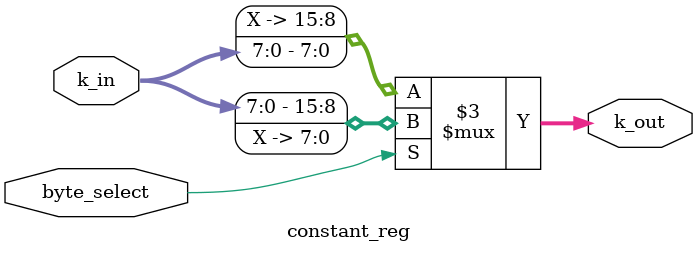
<source format=v>
module constant_reg ( input [7:0] k_in,
							 input byte_select,
							 output reg [15:0] k_out);
						 
	always @ (byte_select) begin
		if(byte_select)
			k_out = {k_in, k_out[7:0]};
		else
			k_out = {k_out[15:8], k_in};
	end
	
endmodule
</source>
